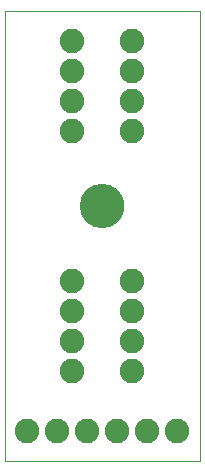
<source format=gbs>
G75*
%MOIN*%
%OFA0B0*%
%FSLAX25Y25*%
%IPPOS*%
%LPD*%
%AMOC8*
5,1,8,0,0,1.08239X$1,22.5*
%
%ADD10C,0.00000*%
%ADD11C,0.14800*%
%ADD12C,0.08200*%
D10*
X0001300Y0001300D02*
X0001300Y0151261D01*
X0066300Y0151300D01*
X0066300Y0001300D01*
X0001300Y0001300D01*
X0026800Y0086300D02*
X0026802Y0086472D01*
X0026808Y0086643D01*
X0026819Y0086815D01*
X0026834Y0086986D01*
X0026853Y0087157D01*
X0026876Y0087327D01*
X0026903Y0087497D01*
X0026935Y0087666D01*
X0026970Y0087834D01*
X0027010Y0088001D01*
X0027054Y0088167D01*
X0027101Y0088332D01*
X0027153Y0088496D01*
X0027209Y0088658D01*
X0027269Y0088819D01*
X0027333Y0088979D01*
X0027401Y0089137D01*
X0027472Y0089293D01*
X0027547Y0089447D01*
X0027627Y0089600D01*
X0027709Y0089750D01*
X0027796Y0089899D01*
X0027886Y0090045D01*
X0027980Y0090189D01*
X0028077Y0090331D01*
X0028178Y0090470D01*
X0028282Y0090607D01*
X0028389Y0090741D01*
X0028500Y0090872D01*
X0028613Y0091001D01*
X0028730Y0091127D01*
X0028850Y0091250D01*
X0028973Y0091370D01*
X0029099Y0091487D01*
X0029228Y0091600D01*
X0029359Y0091711D01*
X0029493Y0091818D01*
X0029630Y0091922D01*
X0029769Y0092023D01*
X0029911Y0092120D01*
X0030055Y0092214D01*
X0030201Y0092304D01*
X0030350Y0092391D01*
X0030500Y0092473D01*
X0030653Y0092553D01*
X0030807Y0092628D01*
X0030963Y0092699D01*
X0031121Y0092767D01*
X0031281Y0092831D01*
X0031442Y0092891D01*
X0031604Y0092947D01*
X0031768Y0092999D01*
X0031933Y0093046D01*
X0032099Y0093090D01*
X0032266Y0093130D01*
X0032434Y0093165D01*
X0032603Y0093197D01*
X0032773Y0093224D01*
X0032943Y0093247D01*
X0033114Y0093266D01*
X0033285Y0093281D01*
X0033457Y0093292D01*
X0033628Y0093298D01*
X0033800Y0093300D01*
X0033972Y0093298D01*
X0034143Y0093292D01*
X0034315Y0093281D01*
X0034486Y0093266D01*
X0034657Y0093247D01*
X0034827Y0093224D01*
X0034997Y0093197D01*
X0035166Y0093165D01*
X0035334Y0093130D01*
X0035501Y0093090D01*
X0035667Y0093046D01*
X0035832Y0092999D01*
X0035996Y0092947D01*
X0036158Y0092891D01*
X0036319Y0092831D01*
X0036479Y0092767D01*
X0036637Y0092699D01*
X0036793Y0092628D01*
X0036947Y0092553D01*
X0037100Y0092473D01*
X0037250Y0092391D01*
X0037399Y0092304D01*
X0037545Y0092214D01*
X0037689Y0092120D01*
X0037831Y0092023D01*
X0037970Y0091922D01*
X0038107Y0091818D01*
X0038241Y0091711D01*
X0038372Y0091600D01*
X0038501Y0091487D01*
X0038627Y0091370D01*
X0038750Y0091250D01*
X0038870Y0091127D01*
X0038987Y0091001D01*
X0039100Y0090872D01*
X0039211Y0090741D01*
X0039318Y0090607D01*
X0039422Y0090470D01*
X0039523Y0090331D01*
X0039620Y0090189D01*
X0039714Y0090045D01*
X0039804Y0089899D01*
X0039891Y0089750D01*
X0039973Y0089600D01*
X0040053Y0089447D01*
X0040128Y0089293D01*
X0040199Y0089137D01*
X0040267Y0088979D01*
X0040331Y0088819D01*
X0040391Y0088658D01*
X0040447Y0088496D01*
X0040499Y0088332D01*
X0040546Y0088167D01*
X0040590Y0088001D01*
X0040630Y0087834D01*
X0040665Y0087666D01*
X0040697Y0087497D01*
X0040724Y0087327D01*
X0040747Y0087157D01*
X0040766Y0086986D01*
X0040781Y0086815D01*
X0040792Y0086643D01*
X0040798Y0086472D01*
X0040800Y0086300D01*
X0040798Y0086128D01*
X0040792Y0085957D01*
X0040781Y0085785D01*
X0040766Y0085614D01*
X0040747Y0085443D01*
X0040724Y0085273D01*
X0040697Y0085103D01*
X0040665Y0084934D01*
X0040630Y0084766D01*
X0040590Y0084599D01*
X0040546Y0084433D01*
X0040499Y0084268D01*
X0040447Y0084104D01*
X0040391Y0083942D01*
X0040331Y0083781D01*
X0040267Y0083621D01*
X0040199Y0083463D01*
X0040128Y0083307D01*
X0040053Y0083153D01*
X0039973Y0083000D01*
X0039891Y0082850D01*
X0039804Y0082701D01*
X0039714Y0082555D01*
X0039620Y0082411D01*
X0039523Y0082269D01*
X0039422Y0082130D01*
X0039318Y0081993D01*
X0039211Y0081859D01*
X0039100Y0081728D01*
X0038987Y0081599D01*
X0038870Y0081473D01*
X0038750Y0081350D01*
X0038627Y0081230D01*
X0038501Y0081113D01*
X0038372Y0081000D01*
X0038241Y0080889D01*
X0038107Y0080782D01*
X0037970Y0080678D01*
X0037831Y0080577D01*
X0037689Y0080480D01*
X0037545Y0080386D01*
X0037399Y0080296D01*
X0037250Y0080209D01*
X0037100Y0080127D01*
X0036947Y0080047D01*
X0036793Y0079972D01*
X0036637Y0079901D01*
X0036479Y0079833D01*
X0036319Y0079769D01*
X0036158Y0079709D01*
X0035996Y0079653D01*
X0035832Y0079601D01*
X0035667Y0079554D01*
X0035501Y0079510D01*
X0035334Y0079470D01*
X0035166Y0079435D01*
X0034997Y0079403D01*
X0034827Y0079376D01*
X0034657Y0079353D01*
X0034486Y0079334D01*
X0034315Y0079319D01*
X0034143Y0079308D01*
X0033972Y0079302D01*
X0033800Y0079300D01*
X0033628Y0079302D01*
X0033457Y0079308D01*
X0033285Y0079319D01*
X0033114Y0079334D01*
X0032943Y0079353D01*
X0032773Y0079376D01*
X0032603Y0079403D01*
X0032434Y0079435D01*
X0032266Y0079470D01*
X0032099Y0079510D01*
X0031933Y0079554D01*
X0031768Y0079601D01*
X0031604Y0079653D01*
X0031442Y0079709D01*
X0031281Y0079769D01*
X0031121Y0079833D01*
X0030963Y0079901D01*
X0030807Y0079972D01*
X0030653Y0080047D01*
X0030500Y0080127D01*
X0030350Y0080209D01*
X0030201Y0080296D01*
X0030055Y0080386D01*
X0029911Y0080480D01*
X0029769Y0080577D01*
X0029630Y0080678D01*
X0029493Y0080782D01*
X0029359Y0080889D01*
X0029228Y0081000D01*
X0029099Y0081113D01*
X0028973Y0081230D01*
X0028850Y0081350D01*
X0028730Y0081473D01*
X0028613Y0081599D01*
X0028500Y0081728D01*
X0028389Y0081859D01*
X0028282Y0081993D01*
X0028178Y0082130D01*
X0028077Y0082269D01*
X0027980Y0082411D01*
X0027886Y0082555D01*
X0027796Y0082701D01*
X0027709Y0082850D01*
X0027627Y0083000D01*
X0027547Y0083153D01*
X0027472Y0083307D01*
X0027401Y0083463D01*
X0027333Y0083621D01*
X0027269Y0083781D01*
X0027209Y0083942D01*
X0027153Y0084104D01*
X0027101Y0084268D01*
X0027054Y0084433D01*
X0027010Y0084599D01*
X0026970Y0084766D01*
X0026935Y0084934D01*
X0026903Y0085103D01*
X0026876Y0085273D01*
X0026853Y0085443D01*
X0026834Y0085614D01*
X0026819Y0085785D01*
X0026808Y0085957D01*
X0026802Y0086128D01*
X0026800Y0086300D01*
D11*
X0033800Y0086300D03*
D12*
X0023800Y0061300D03*
X0023800Y0051300D03*
X0023800Y0041300D03*
X0023800Y0031300D03*
X0018800Y0011300D03*
X0008800Y0011300D03*
X0028800Y0011300D03*
X0038800Y0011300D03*
X0043800Y0031300D03*
X0043800Y0041300D03*
X0043800Y0051300D03*
X0043800Y0061300D03*
X0043800Y0111300D03*
X0043800Y0121300D03*
X0043800Y0131300D03*
X0043800Y0141300D03*
X0023800Y0141300D03*
X0023800Y0131300D03*
X0023800Y0121300D03*
X0023800Y0111300D03*
X0048800Y0011300D03*
X0058800Y0011300D03*
M02*

</source>
